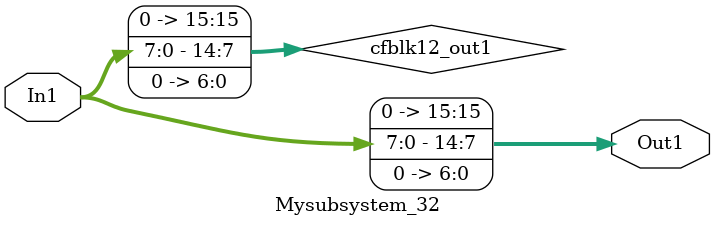
<source format=v>



`timescale 1 ns / 1 ns

module Mysubsystem_32
          (In1,
           Out1);


  input   [7:0] In1;  // uint8
  output  [15:0] Out1;  // ufix16_En7


  wire [15:0] cfblk12_out1;  // ufix16_En7


  assign cfblk12_out1 = {1'b0, {In1, 7'b0000000}};



  assign Out1 = cfblk12_out1;

endmodule  // Mysubsystem_32


</source>
